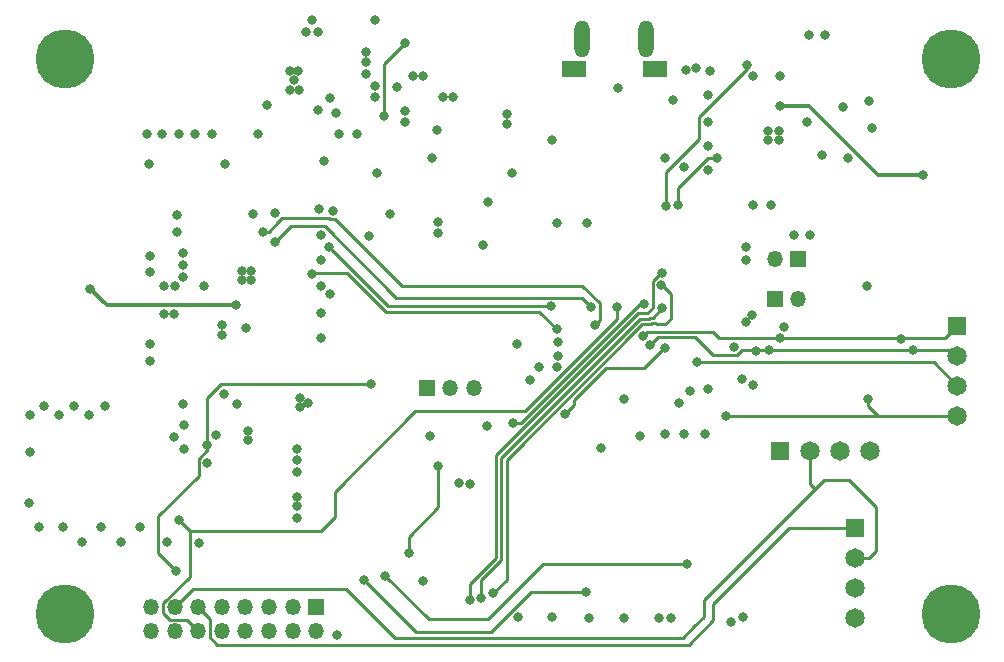
<source format=gbl>
%TF.GenerationSoftware,KiCad,Pcbnew,(6.0.11-0)*%
%TF.CreationDate,2023-04-07T11:55:25-07:00*%
%TF.ProjectId,SADA_Board,53414441-5f42-46f6-9172-642e6b696361,rev?*%
%TF.SameCoordinates,Original*%
%TF.FileFunction,Copper,L4,Bot*%
%TF.FilePolarity,Positive*%
%FSLAX46Y46*%
G04 Gerber Fmt 4.6, Leading zero omitted, Abs format (unit mm)*
G04 Created by KiCad (PCBNEW (6.0.11-0)) date 2023-04-07 11:55:25*
%MOMM*%
%LPD*%
G01*
G04 APERTURE LIST*
%TA.AperFunction,ComponentPad*%
%ADD10R,1.350000X1.350000*%
%TD*%
%TA.AperFunction,ComponentPad*%
%ADD11O,1.350000X1.350000*%
%TD*%
%TA.AperFunction,ComponentPad*%
%ADD12R,1.650000X1.650000*%
%TD*%
%TA.AperFunction,ComponentPad*%
%ADD13C,1.650000*%
%TD*%
%TA.AperFunction,ComponentPad*%
%ADD14C,5.000000*%
%TD*%
%TA.AperFunction,ComponentPad*%
%ADD15O,1.300000X3.150000*%
%TD*%
%TA.AperFunction,ComponentPad*%
%ADD16R,2.000000X1.400000*%
%TD*%
%TA.AperFunction,ViaPad*%
%ADD17C,0.800000*%
%TD*%
%TA.AperFunction,Conductor*%
%ADD18C,0.250000*%
%TD*%
%TA.AperFunction,Conductor*%
%ADD19C,0.243000*%
%TD*%
%TA.AperFunction,Conductor*%
%ADD20C,0.300000*%
%TD*%
G04 APERTURE END LIST*
D10*
%TO.P,JP1,1,A*%
%TO.N,GND*%
X139378800Y-100039800D03*
D11*
%TO.P,JP1,2,C*%
%TO.N,Net-(JP1-Pad2)*%
X141378800Y-100039800D03*
%TO.P,JP1,3,B*%
%TO.N,+3V3*%
X143378800Y-100039800D03*
%TD*%
D10*
%TO.P,J1,1,Pin_1*%
%TO.N,+3V3*%
X130031600Y-118607200D03*
D11*
%TO.P,J1,2,Pin_2*%
%TO.N,/PA7*%
X130031600Y-120607200D03*
%TO.P,J1,3,Pin_3*%
%TO.N,/PC15 (RTC)*%
X128031600Y-118607200D03*
%TO.P,J1,4,Pin_4*%
%TO.N,/PA6*%
X128031600Y-120607200D03*
%TO.P,J1,5,Pin_5*%
%TO.N,/PC14 (RTC)*%
X126031600Y-118607200D03*
%TO.P,J1,6,Pin_6*%
%TO.N,unconnected-(J1-Pad6)*%
X126031600Y-120607200D03*
%TO.P,J1,7,Pin_7*%
%TO.N,/PC13 (RTC)*%
X124031600Y-118607200D03*
%TO.P,J1,8,Pin_8*%
%TO.N,unconnected-(J1-Pad8)*%
X124031600Y-120607200D03*
%TO.P,J1,9,Pin_9*%
%TO.N,unconnected-(J1-Pad9)*%
X122031600Y-118607200D03*
%TO.P,J1,10,Pin_10*%
%TO.N,unconnected-(J1-Pad10)*%
X122031600Y-120607200D03*
%TO.P,J1,11,Pin_11*%
%TO.N,/SYS_SCL*%
X120031600Y-118607200D03*
%TO.P,J1,12,Pin_12*%
%TO.N,/Burn_sig*%
X120031600Y-120607200D03*
%TO.P,J1,13,Pin_13*%
%TO.N,/SYS_SDA*%
X118031600Y-118607200D03*
%TO.P,J1,14,Pin_14*%
%TO.N,/PR_EN*%
X118031600Y-120607200D03*
%TO.P,J1,15,Pin_15*%
%TO.N,BATT +*%
X116031600Y-118607200D03*
%TO.P,J1,16,Pin_16*%
%TO.N,GND*%
X116031600Y-120607200D03*
%TD*%
%TO.P,J14,2,Pin_2*%
%TO.N,/PB11*%
X168849400Y-89067000D03*
D10*
%TO.P,J14,1,Pin_1*%
%TO.N,/PB10*%
X170849400Y-89067000D03*
%TD*%
D12*
%TO.P,J5,1,1*%
%TO.N,/SYS_SCL*%
X184311400Y-94756600D03*
D13*
%TO.P,J5,2,2*%
%TO.N,/SYS_SDA*%
X184311400Y-97296600D03*
%TO.P,J5,3,3*%
%TO.N,/BOOT*%
X184311400Y-99836600D03*
%TO.P,J5,4,4*%
%TO.N,/NRST*%
X184311400Y-102376600D03*
%TD*%
D12*
%TO.P,J2,1,1*%
%TO.N,/SYS_SCL*%
X175642000Y-111900000D03*
D13*
%TO.P,J2,2,2*%
%TO.N,/SYS_SDA*%
X175642000Y-114440000D03*
%TO.P,J2,3,3*%
%TO.N,BATT +*%
X175642000Y-116980000D03*
%TO.P,J2,4,4*%
%TO.N,GND*%
X175642000Y-119520000D03*
%TD*%
D14*
%TO.P,H1,1,1*%
%TO.N,GND*%
X108784000Y-72170000D03*
%TD*%
%TO.P,H3,1,1*%
%TO.N,GND*%
X183726000Y-119170000D03*
%TD*%
%TO.P,H2,1,1*%
%TO.N,GND*%
X108720000Y-119156600D03*
%TD*%
D10*
%TO.P,J15,1,Pin_1*%
%TO.N,/DAC_OUT2*%
X168842800Y-92470600D03*
D11*
%TO.P,J15,2,Pin_2*%
%TO.N,/DAC_OUT1*%
X170842800Y-92470600D03*
%TD*%
D12*
%TO.P,J3,1,1*%
%TO.N,/SYS_SCL*%
X169302000Y-105370000D03*
D13*
%TO.P,J3,2,2*%
%TO.N,/SYS_SDA*%
X171842000Y-105370000D03*
%TO.P,J3,3,3*%
%TO.N,BATT +*%
X174382000Y-105370000D03*
%TO.P,J3,4,4*%
%TO.N,GND*%
X176922000Y-105370000D03*
%TD*%
D14*
%TO.P,H4,1,1*%
%TO.N,GND*%
X183784000Y-72170000D03*
%TD*%
D15*
%TO.P,J8,SH*%
%TO.N,GND*%
X152515400Y-70458200D03*
D16*
X158665400Y-73008200D03*
D15*
X157965400Y-70458200D03*
D16*
X151815400Y-73008200D03*
%TD*%
D17*
%TO.N,+3V3*%
X144535000Y-84241000D03*
X152917000Y-86019000D03*
X166379000Y-94401000D03*
X150397403Y-98282203D03*
X131149200Y-92089600D03*
X150453200Y-97347400D03*
X144484200Y-103214800D03*
X139042000Y-116410000D03*
X166912400Y-93872700D03*
X166963200Y-99760400D03*
X130692000Y-80812000D03*
X161146600Y-81294600D03*
X146567000Y-81828000D03*
X131454000Y-85003000D03*
X122310000Y-81066000D03*
X166379000Y-88051000D03*
X159571800Y-80532600D03*
X161680000Y-100243000D03*
%TO.N,GND*%
X166379000Y-89194000D03*
X110753000Y-102275000D03*
X139658200Y-104103800D03*
X169173000Y-78272000D03*
X167014000Y-84495000D03*
X122172000Y-100530000D03*
X124215000Y-103672000D03*
X137538000Y-77470000D03*
X109483000Y-101513000D03*
X120786000Y-106339000D03*
X115960000Y-97703000D03*
X130438000Y-89194000D03*
X176615200Y-91429200D03*
X149996000Y-79034000D03*
X128488000Y-73220000D03*
X125866000Y-76110000D03*
X166140800Y-119435400D03*
X108213000Y-102275000D03*
X130438000Y-93639000D03*
X168284000Y-78272000D03*
X128406000Y-110022000D03*
X143041200Y-108121800D03*
X150377000Y-86019000D03*
X124215000Y-104434000D03*
X115833000Y-81066000D03*
X169300000Y-73573000D03*
X171713000Y-70144000D03*
X121167000Y-78526000D03*
X128406000Y-111038000D03*
X166048800Y-99227000D03*
X155558600Y-74589000D03*
X163204000Y-77510000D03*
X177047000Y-78018000D03*
X159054200Y-119460800D03*
X116976000Y-78526000D03*
X108594000Y-111800000D03*
X131708000Y-76748000D03*
X115960000Y-88813000D03*
X176793000Y-75732000D03*
X123707000Y-90083000D03*
X131962000Y-78526000D03*
X163204000Y-81574000D03*
X128660000Y-101640000D03*
X106943000Y-101513000D03*
X130438000Y-87035000D03*
X153085200Y-119460800D03*
X163204000Y-79542000D03*
X128406000Y-106085000D03*
X163331000Y-73192000D03*
X140344000Y-85960000D03*
X136280000Y-85257000D03*
X129295000Y-101259000D03*
X106562000Y-111800000D03*
X111769000Y-111800000D03*
X117103000Y-93766000D03*
X161299000Y-73065000D03*
X115960000Y-90210000D03*
X130438000Y-95798000D03*
X169608351Y-94872650D03*
X129676000Y-68874000D03*
X130285600Y-84850600D03*
X173110000Y-70144000D03*
X168284000Y-79034000D03*
X135010000Y-68874000D03*
X150502529Y-96108612D03*
X144154000Y-87924000D03*
X163204000Y-75224000D03*
X165388400Y-96534100D03*
X122030600Y-95544000D03*
X175015000Y-80558000D03*
X161172000Y-103926000D03*
X117992000Y-93766000D03*
X129168000Y-69890000D03*
X119770000Y-78526000D03*
X131742000Y-120943100D03*
X105800000Y-105450000D03*
X162188000Y-72938000D03*
X168538000Y-84495000D03*
X146998800Y-96280600D03*
X125104000Y-78526000D03*
X130438000Y-91353000D03*
X124469000Y-90845000D03*
X118373000Y-78526000D03*
X142127200Y-108111800D03*
X160232200Y-75655800D03*
X148091000Y-99354000D03*
X149961000Y-119435400D03*
X154136200Y-105145200D03*
X159523500Y-103892413D03*
X134502000Y-87162000D03*
X162950000Y-103926000D03*
X160095600Y-119460800D03*
X122030600Y-94705800D03*
X171840000Y-87035000D03*
X163204000Y-100116000D03*
X120108000Y-113160000D03*
X123707000Y-90845000D03*
X124672200Y-85257000D03*
X128406000Y-109260000D03*
X118246000Y-85384000D03*
X115706000Y-78526000D03*
X124469000Y-90083000D03*
X169173000Y-79034000D03*
X147090800Y-119435400D03*
X105673000Y-109768000D03*
X126526400Y-85231600D03*
X137558000Y-76570000D03*
X156041200Y-100954200D03*
X167014000Y-73573000D03*
X139836000Y-80558000D03*
X128660000Y-100878000D03*
X105800000Y-102275000D03*
X128128000Y-73954000D03*
X140217000Y-78145000D03*
X127788000Y-73210000D03*
X130184000Y-76494000D03*
X118754000Y-101386000D03*
X127788000Y-74780000D03*
X160709565Y-101278394D03*
X128538000Y-74780000D03*
X128406000Y-107101000D03*
X140328000Y-86930000D03*
X112150000Y-101513000D03*
X118246000Y-86781000D03*
X146198000Y-77710000D03*
X113521600Y-113070000D03*
X110168800Y-113070000D03*
X135137000Y-81828000D03*
X117357000Y-113070000D03*
X146198000Y-76810000D03*
X124037200Y-94985200D03*
X123326000Y-101386000D03*
X170443000Y-87035000D03*
X165142000Y-119810000D03*
X156107800Y-119486200D03*
X133486000Y-78526000D03*
X115071000Y-111800000D03*
X115960000Y-96306000D03*
X157438200Y-104103800D03*
X130184000Y-69890000D03*
X128406000Y-105196000D03*
X131200000Y-75478000D03*
X148853000Y-98211000D03*
%TO.N,/NRST*%
X176716800Y-100923600D03*
X164728000Y-102376600D03*
%TO.N,Net-(C10-Pad2)*%
X140342000Y-106610000D03*
X137842000Y-114010000D03*
%TO.N,BATT +*%
X172856000Y-80304000D03*
X118830200Y-103164000D03*
X117992000Y-104180000D03*
X134248000Y-71541000D03*
X118093600Y-91353000D03*
X134248000Y-73446000D03*
X118779400Y-89625800D03*
X134968000Y-74462000D03*
X118804800Y-105170600D03*
X139074000Y-73573000D03*
X138185000Y-73573000D03*
X134248000Y-72430000D03*
X134968000Y-75430000D03*
X117128400Y-91378400D03*
X118779400Y-90616400D03*
X171586000Y-77510000D03*
X136818000Y-74570000D03*
X141614000Y-75351000D03*
X121542000Y-103990000D03*
X174634000Y-76240000D03*
X118779400Y-88559000D03*
X140725000Y-75351000D03*
X120481200Y-91378400D03*
%TO.N,/MTR1_STBY*%
X160658646Y-84526500D03*
X163915200Y-80558000D03*
%TO.N,/MTR2_STBY*%
X149869000Y-93105600D03*
X131073000Y-88051000D03*
%TO.N,/MTR2_FAULT*%
X129697100Y-90358100D03*
X150402400Y-95049300D03*
%TO.N,/SYS_SCL*%
X179492000Y-95840000D03*
X169300000Y-95823400D03*
X157647793Y-95626593D03*
%TO.N,/SYS_SDA*%
X158289934Y-96392530D03*
X168360200Y-96839400D03*
X167268000Y-96864800D03*
X180577600Y-96814000D03*
%TO.N,/PR_EN*%
X134652000Y-99690000D03*
X151043793Y-102230593D03*
X159571800Y-96610800D03*
X118144400Y-115508400D03*
X120812000Y-104872500D03*
%TO.N,/Burn_sig*%
X155507800Y-93156400D03*
X118373000Y-111190400D03*
%TO.N,/MUX (S2)*%
X159327084Y-93297543D03*
X144007013Y-117802700D03*
%TO.N,/PhDio ADC*%
X146719400Y-102960800D03*
X157768400Y-92877000D03*
%TO.N,/MUX (S0)*%
X159237359Y-91302209D03*
X145011933Y-117401063D03*
%TO.N,/MUX (S1)*%
X159276707Y-90303315D03*
X143021842Y-117971349D03*
%TO.N,/BOOT*%
X162264200Y-97830000D03*
%TO.N,/STEP_VREF1*%
X166506000Y-72684000D03*
X159663345Y-84618045D03*
%TO.N,/MTR2_STCK*%
X125485000Y-86781000D03*
X153602800Y-94655000D03*
%TO.N,/MTR2_DIR*%
X126501000Y-87670000D03*
X153281001Y-93173399D03*
%TO.N,/CRNR PHOTODIODES/PhDio_6*%
X135842000Y-115910000D03*
X161442000Y-114910000D03*
%TO.N,/CRNR PHOTODIODES/PhDio_4*%
X134042000Y-116310000D03*
X152842000Y-117310000D03*
%TO.N,/Steppers /MTR1_RED*%
X169300000Y-76113000D03*
X181365000Y-81955000D03*
%TO.N,/Steppers /MTR2_RED*%
X110880000Y-91607000D03*
X123199000Y-93004000D03*
%TO.N,Net-(Q2-Pad1)*%
X135772000Y-77002000D03*
X137550000Y-70779000D03*
%TD*%
D18*
%TO.N,/Burn_sig*%
X118373000Y-111190400D02*
X119302000Y-112119400D01*
X119302000Y-112119400D02*
X119302000Y-115993297D01*
X119302000Y-115993297D02*
X117081600Y-118213697D01*
X117081600Y-119063600D02*
X117675200Y-119657200D01*
X117081600Y-118213697D02*
X117081600Y-119063600D01*
X117675200Y-119657200D02*
X119081600Y-119657200D01*
X119081600Y-119657200D02*
X120031600Y-120607200D01*
D19*
%TO.N,/SYS_SCL*%
X175642000Y-111900000D02*
X170052000Y-111900000D01*
X121035100Y-121147800D02*
X121035100Y-119610700D01*
X170052000Y-111900000D02*
X163642000Y-118310000D01*
X163642000Y-118310000D02*
X163642000Y-119710000D01*
X163642000Y-119710000D02*
X161582000Y-121770000D01*
X161582000Y-121770000D02*
X121657300Y-121770000D01*
X121657300Y-121770000D02*
X121035100Y-121147800D01*
X121035100Y-119610700D02*
X120031600Y-118607200D01*
D18*
%TO.N,/NRST*%
X164728000Y-102376600D02*
X177555000Y-102376600D01*
X177555000Y-102376600D02*
X184311400Y-102376600D01*
X176716800Y-101538400D02*
X177555000Y-102376600D01*
X176716800Y-100923600D02*
X176716800Y-101538400D01*
%TO.N,Net-(C10-Pad2)*%
X137842000Y-112610000D02*
X140342000Y-110110000D01*
X137842000Y-114010000D02*
X137842000Y-112610000D01*
X140342000Y-110110000D02*
X140342000Y-106610000D01*
%TO.N,/MTR1_STBY*%
X160658646Y-83094049D02*
X163194695Y-80558000D01*
X163194695Y-80558000D02*
X163915200Y-80558000D01*
X160658646Y-84526500D02*
X160658646Y-83094049D01*
%TO.N,/MTR2_STBY*%
X149869000Y-93105600D02*
X136127600Y-93105600D01*
X136127600Y-93105600D02*
X131073000Y-88051000D01*
%TO.N,/MTR2_FAULT*%
X129781002Y-90274198D02*
X129697100Y-90358100D01*
X148908700Y-93555600D02*
X135941204Y-93555600D01*
X132659802Y-90274198D02*
X129781002Y-90274198D01*
X135941204Y-93555600D02*
X132659802Y-90274198D01*
X150402400Y-95049300D02*
X148908700Y-93555600D01*
%TO.N,/SYS_SCL*%
X164103530Y-95809600D02*
X183258400Y-95809600D01*
X183258400Y-95809600D02*
X184311400Y-94756600D01*
X157647793Y-95626593D02*
X157984386Y-95290000D01*
X157984386Y-95290000D02*
X163583930Y-95290000D01*
X163583930Y-95290000D02*
X164103530Y-95809600D01*
D19*
%TO.N,/SYS_SDA*%
X175142000Y-107810000D02*
X173042000Y-107810000D01*
X177442000Y-113810000D02*
X177442000Y-110110000D01*
X177442000Y-110110000D02*
X175142000Y-107810000D01*
X175642000Y-114440000D02*
X176812000Y-114440000D01*
X119616700Y-117022100D02*
X132554100Y-117022100D01*
X172267000Y-108585000D02*
X171842000Y-108160000D01*
D18*
X163649100Y-97259100D02*
X165688705Y-97259100D01*
X166108405Y-96839400D02*
X183854200Y-96839400D01*
D19*
X171842000Y-108160000D02*
X171842000Y-105370000D01*
D18*
X183854200Y-96839400D02*
X184311400Y-97296600D01*
D19*
X176812000Y-114440000D02*
X177442000Y-113810000D01*
X162842000Y-118010000D02*
X170592000Y-110260000D01*
X132554100Y-117022100D02*
X136692700Y-121160700D01*
D18*
X165688705Y-97259100D02*
X166108405Y-96839400D01*
D19*
X136692700Y-121160700D02*
X161091300Y-121160700D01*
X172267000Y-108585000D02*
X173042000Y-107810000D01*
X170592000Y-110260000D02*
X172267000Y-108585000D01*
X118031600Y-118607200D02*
X119616700Y-117022100D01*
D18*
X158942464Y-95740000D02*
X162130000Y-95740000D01*
D19*
X161091300Y-121160700D02*
X162044600Y-120207400D01*
X162842000Y-119410000D02*
X162842000Y-118010000D01*
D18*
X162130000Y-95740000D02*
X163649100Y-97259100D01*
D19*
X162042000Y-120210000D02*
X162842000Y-119410000D01*
D18*
X158289934Y-96392530D02*
X158942464Y-95740000D01*
%TO.N,/PR_EN*%
X157793800Y-98312600D02*
X159495600Y-96610800D01*
X151841900Y-101432486D02*
X151841900Y-101044284D01*
X120812000Y-105287695D02*
X120061000Y-106038695D01*
X151043793Y-102230593D02*
X151841900Y-101432486D01*
X116632000Y-114021400D02*
X118119000Y-115508400D01*
X134652000Y-99690000D02*
X121986695Y-99690000D01*
X120061000Y-106038695D02*
X120061000Y-107454305D01*
X116632000Y-110883305D02*
X116632000Y-114021400D01*
X151841900Y-101044284D02*
X154573584Y-98312600D01*
X159495600Y-96610800D02*
X159571800Y-96610800D01*
X120061000Y-107454305D02*
X116632000Y-110883305D01*
X154573584Y-98312600D02*
X157793800Y-98312600D01*
X120812000Y-104872500D02*
X120812000Y-105287695D01*
X120812000Y-100864695D02*
X120812000Y-104872500D01*
X121986695Y-99690000D02*
X120812000Y-100864695D01*
X118119000Y-115508400D02*
X118144400Y-115508400D01*
%TO.N,/Burn_sig*%
X155507800Y-93156400D02*
X155507800Y-94196404D01*
X155507800Y-94196404D02*
X147720204Y-101984000D01*
X119338200Y-112155600D02*
X118373000Y-111190400D01*
X147720204Y-101984000D02*
X138425200Y-101984000D01*
X131581000Y-108828200D02*
X131581000Y-110961800D01*
X138425200Y-101984000D02*
X131581000Y-108828200D01*
X130387200Y-112155600D02*
X119338200Y-112155600D01*
X131581000Y-110961800D02*
X130387200Y-112155600D01*
%TO.N,/MUX (S2)*%
X145684600Y-114603796D02*
X145684600Y-105928792D01*
X158208796Y-94165200D02*
X158303196Y-94070800D01*
X145684600Y-105928792D02*
X157448192Y-94165200D01*
X157448192Y-94165200D02*
X158208796Y-94165200D01*
X144007013Y-117802700D02*
X144007013Y-116281383D01*
X158303196Y-94070800D02*
X158553827Y-94070800D01*
X144007013Y-116281383D02*
X145684600Y-114603796D01*
X158553827Y-94070800D02*
X159327084Y-93297543D01*
%TO.N,/PhDio ADC*%
X157463600Y-92877000D02*
X157768400Y-92877000D01*
X147379800Y-102960800D02*
X157463600Y-92877000D01*
X146719400Y-102960800D02*
X147379800Y-102960800D01*
%TO.N,/MUX (S0)*%
X159587895Y-94629600D02*
X160052084Y-94165411D01*
X145011933Y-117401063D02*
X146134600Y-116278396D01*
X160052084Y-92086882D02*
X159267411Y-91302209D01*
X159267411Y-91302209D02*
X159237359Y-91302209D01*
X146134600Y-106115188D02*
X157634588Y-94615200D01*
X158489592Y-94520800D02*
X158730285Y-94520800D01*
X158839085Y-94629600D02*
X159587895Y-94629600D01*
X160052084Y-94165411D02*
X160052084Y-92086882D01*
X158730285Y-94520800D02*
X158839085Y-94629600D01*
X158395192Y-94615200D02*
X158489592Y-94520800D01*
X157634588Y-94615200D02*
X158395192Y-94615200D01*
X146134600Y-116278396D02*
X146134600Y-106115188D01*
%TO.N,/MUX (S1)*%
X143021842Y-116630158D02*
X145234600Y-114417400D01*
X158512359Y-91001904D02*
X159210948Y-90303315D01*
X158022400Y-93715200D02*
X158512359Y-93225241D01*
X143021842Y-117971349D02*
X143021842Y-116630158D01*
X157261796Y-93715200D02*
X158022400Y-93715200D01*
X158512359Y-93225241D02*
X158512359Y-91001904D01*
X145234600Y-105742396D02*
X157261796Y-93715200D01*
X159210948Y-90303315D02*
X159276707Y-90303315D01*
X145234600Y-114417400D02*
X145234600Y-105742396D01*
%TO.N,/BOOT*%
X182304800Y-97830000D02*
X184311400Y-99836600D01*
X162264200Y-97830000D02*
X182304800Y-97830000D01*
%TO.N,/STEP_VREF1*%
X162467400Y-78948495D02*
X162467400Y-77094295D01*
X162467400Y-77094295D02*
X166506000Y-73055695D01*
X166506000Y-73055695D02*
X166506000Y-72684000D01*
X159663345Y-84618045D02*
X159663345Y-81752550D01*
X159663345Y-81752550D02*
X162467400Y-78948495D01*
%TO.N,/MTR2_STCK*%
X131645600Y-85728000D02*
X131153695Y-85728000D01*
X153602800Y-94655000D02*
X154006001Y-94251799D01*
X154006001Y-94251799D02*
X154006001Y-92873801D01*
X137321400Y-91403800D02*
X131645600Y-85728000D01*
X125993000Y-86781000D02*
X125485000Y-86781000D01*
X152536000Y-91403800D02*
X137321400Y-91403800D01*
X131153695Y-85728000D02*
X131063695Y-85638000D01*
X131063695Y-85638000D02*
X127145305Y-85638000D01*
X154006001Y-92873801D02*
X152536000Y-91403800D01*
X126817400Y-85956600D02*
X125993000Y-86781000D01*
X127145305Y-85638000D02*
X126826705Y-85956600D01*
X126826705Y-85956600D02*
X126817400Y-85956600D01*
%TO.N,/MTR2_DIR*%
X130137695Y-86310000D02*
X130123895Y-86323800D01*
X152488202Y-92380600D02*
X136808905Y-92380600D01*
X130738305Y-86310000D02*
X130137695Y-86310000D01*
X153281001Y-93173399D02*
X152488202Y-92380600D01*
X127847200Y-86323800D02*
X126501000Y-87670000D01*
X130123895Y-86323800D02*
X127847200Y-86323800D01*
X136808905Y-92380600D02*
X130738305Y-86310000D01*
%TO.N,/CRNR PHOTODIODES/PhDio_6*%
X139542000Y-119610000D02*
X140542000Y-119610000D01*
X140542000Y-119610000D02*
X144542000Y-119610000D01*
X135842000Y-115910000D02*
X139542000Y-119610000D01*
X149242000Y-114910000D02*
X161442000Y-114910000D01*
X144542000Y-119610000D02*
X148142000Y-116010000D01*
X148142000Y-116010000D02*
X149242000Y-114910000D01*
%TO.N,/CRNR PHOTODIODES/PhDio_4*%
X152842000Y-117310000D02*
X148190895Y-117310000D01*
X144786895Y-120714000D02*
X138446000Y-120714000D01*
X138446000Y-120714000D02*
X134042000Y-116310000D01*
X148190895Y-117310000D02*
X144786895Y-120714000D01*
D20*
%TO.N,/Steppers /MTR1_RED*%
X177555000Y-81955000D02*
X181365000Y-81955000D01*
X169300000Y-76113000D02*
X171713000Y-76113000D01*
X171713000Y-76113000D02*
X177555000Y-81955000D01*
%TO.N,/Steppers /MTR2_RED*%
X123199000Y-93004000D02*
X112277000Y-93004000D01*
X112277000Y-93004000D02*
X110880000Y-91607000D01*
D18*
%TO.N,Net-(Q2-Pad1)*%
X135772000Y-72557000D02*
X137550000Y-70779000D01*
X135772000Y-74589000D02*
X135772000Y-72557000D01*
X135772000Y-77002000D02*
X135772000Y-74589000D01*
%TD*%
M02*

</source>
